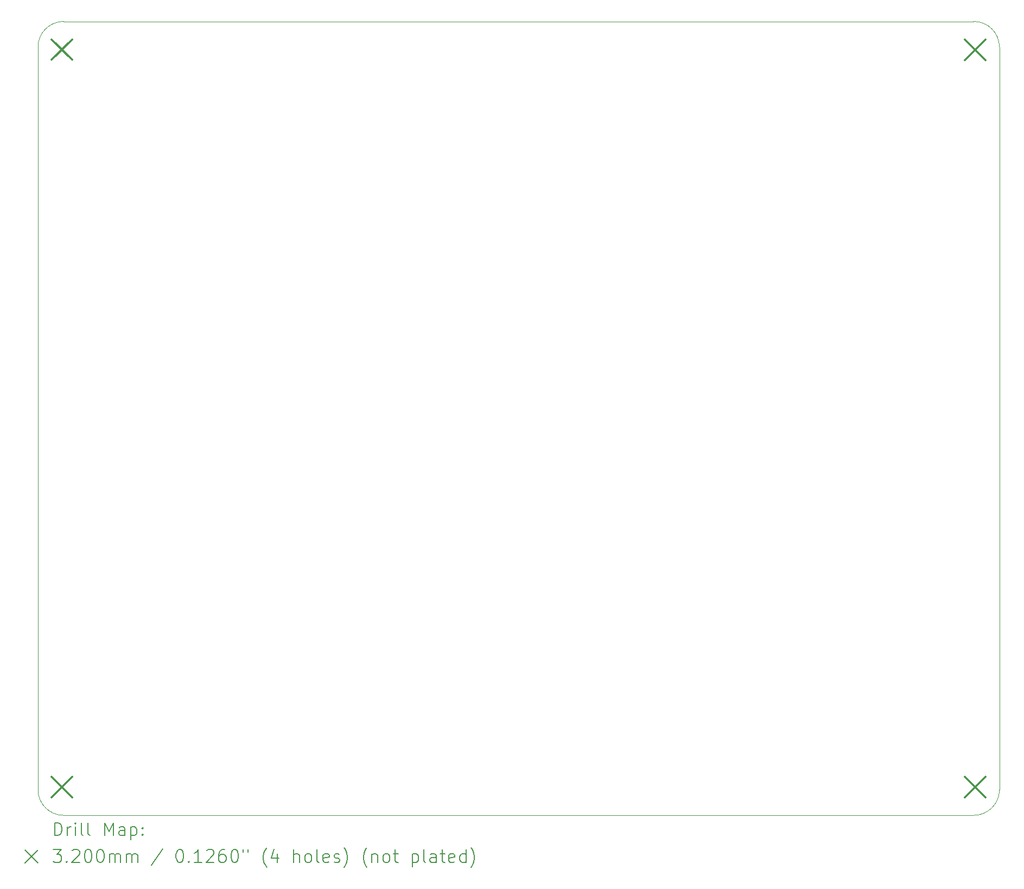
<source format=gbr>
%TF.GenerationSoftware,KiCad,Pcbnew,9.0.4*%
%TF.CreationDate,2025-08-27T10:42:51+02:00*%
%TF.ProjectId,ICU_festiwal,4943555f-6665-4737-9469-77616c2e6b69,V1.0*%
%TF.SameCoordinates,Original*%
%TF.FileFunction,Drillmap*%
%TF.FilePolarity,Positive*%
%FSLAX45Y45*%
G04 Gerber Fmt 4.5, Leading zero omitted, Abs format (unit mm)*
G04 Created by KiCad (PCBNEW 9.0.4) date 2025-08-27 10:42:51*
%MOMM*%
%LPD*%
G01*
G04 APERTURE LIST*
%ADD10C,0.050000*%
%ADD11C,0.200000*%
%ADD12C,0.320000*%
G04 APERTURE END LIST*
D10*
X4450000Y-4050000D02*
G75*
G02*
X4850000Y-3650000I400000J0D01*
G01*
X19450000Y-15650000D02*
G75*
G02*
X19050000Y-16050000I-400000J0D01*
G01*
X19450000Y-4050000D02*
X19450000Y-15650000D01*
X4850000Y-3650000D02*
X19050000Y-3650000D01*
X19050000Y-16050000D02*
X4850000Y-16050000D01*
X4450000Y-15650000D02*
X4450000Y-4050000D01*
X4850000Y-16050000D02*
G75*
G02*
X4450000Y-15650000I0J400000D01*
G01*
X19050000Y-3650000D02*
G75*
G02*
X19450000Y-4050000I0J-400000D01*
G01*
D11*
D12*
X4665000Y-3930000D02*
X4985000Y-4250000D01*
X4985000Y-3930000D02*
X4665000Y-4250000D01*
X4665000Y-15450000D02*
X4985000Y-15770000D01*
X4985000Y-15450000D02*
X4665000Y-15770000D01*
X18915000Y-3935000D02*
X19235000Y-4255000D01*
X19235000Y-3935000D02*
X18915000Y-4255000D01*
X18915000Y-15450000D02*
X19235000Y-15770000D01*
X19235000Y-15450000D02*
X18915000Y-15770000D01*
D11*
X4708277Y-16363984D02*
X4708277Y-16163984D01*
X4708277Y-16163984D02*
X4755896Y-16163984D01*
X4755896Y-16163984D02*
X4784467Y-16173508D01*
X4784467Y-16173508D02*
X4803515Y-16192555D01*
X4803515Y-16192555D02*
X4813039Y-16211603D01*
X4813039Y-16211603D02*
X4822563Y-16249698D01*
X4822563Y-16249698D02*
X4822563Y-16278269D01*
X4822563Y-16278269D02*
X4813039Y-16316365D01*
X4813039Y-16316365D02*
X4803515Y-16335412D01*
X4803515Y-16335412D02*
X4784467Y-16354460D01*
X4784467Y-16354460D02*
X4755896Y-16363984D01*
X4755896Y-16363984D02*
X4708277Y-16363984D01*
X4908277Y-16363984D02*
X4908277Y-16230650D01*
X4908277Y-16268746D02*
X4917801Y-16249698D01*
X4917801Y-16249698D02*
X4927324Y-16240174D01*
X4927324Y-16240174D02*
X4946372Y-16230650D01*
X4946372Y-16230650D02*
X4965420Y-16230650D01*
X5032086Y-16363984D02*
X5032086Y-16230650D01*
X5032086Y-16163984D02*
X5022563Y-16173508D01*
X5022563Y-16173508D02*
X5032086Y-16183031D01*
X5032086Y-16183031D02*
X5041610Y-16173508D01*
X5041610Y-16173508D02*
X5032086Y-16163984D01*
X5032086Y-16163984D02*
X5032086Y-16183031D01*
X5155896Y-16363984D02*
X5136848Y-16354460D01*
X5136848Y-16354460D02*
X5127324Y-16335412D01*
X5127324Y-16335412D02*
X5127324Y-16163984D01*
X5260658Y-16363984D02*
X5241610Y-16354460D01*
X5241610Y-16354460D02*
X5232086Y-16335412D01*
X5232086Y-16335412D02*
X5232086Y-16163984D01*
X5489229Y-16363984D02*
X5489229Y-16163984D01*
X5489229Y-16163984D02*
X5555896Y-16306841D01*
X5555896Y-16306841D02*
X5622562Y-16163984D01*
X5622562Y-16163984D02*
X5622562Y-16363984D01*
X5803515Y-16363984D02*
X5803515Y-16259222D01*
X5803515Y-16259222D02*
X5793991Y-16240174D01*
X5793991Y-16240174D02*
X5774943Y-16230650D01*
X5774943Y-16230650D02*
X5736848Y-16230650D01*
X5736848Y-16230650D02*
X5717801Y-16240174D01*
X5803515Y-16354460D02*
X5784467Y-16363984D01*
X5784467Y-16363984D02*
X5736848Y-16363984D01*
X5736848Y-16363984D02*
X5717801Y-16354460D01*
X5717801Y-16354460D02*
X5708277Y-16335412D01*
X5708277Y-16335412D02*
X5708277Y-16316365D01*
X5708277Y-16316365D02*
X5717801Y-16297317D01*
X5717801Y-16297317D02*
X5736848Y-16287793D01*
X5736848Y-16287793D02*
X5784467Y-16287793D01*
X5784467Y-16287793D02*
X5803515Y-16278269D01*
X5898753Y-16230650D02*
X5898753Y-16430650D01*
X5898753Y-16240174D02*
X5917801Y-16230650D01*
X5917801Y-16230650D02*
X5955896Y-16230650D01*
X5955896Y-16230650D02*
X5974943Y-16240174D01*
X5974943Y-16240174D02*
X5984467Y-16249698D01*
X5984467Y-16249698D02*
X5993991Y-16268746D01*
X5993991Y-16268746D02*
X5993991Y-16325888D01*
X5993991Y-16325888D02*
X5984467Y-16344936D01*
X5984467Y-16344936D02*
X5974943Y-16354460D01*
X5974943Y-16354460D02*
X5955896Y-16363984D01*
X5955896Y-16363984D02*
X5917801Y-16363984D01*
X5917801Y-16363984D02*
X5898753Y-16354460D01*
X6079705Y-16344936D02*
X6089229Y-16354460D01*
X6089229Y-16354460D02*
X6079705Y-16363984D01*
X6079705Y-16363984D02*
X6070182Y-16354460D01*
X6070182Y-16354460D02*
X6079705Y-16344936D01*
X6079705Y-16344936D02*
X6079705Y-16363984D01*
X6079705Y-16240174D02*
X6089229Y-16249698D01*
X6089229Y-16249698D02*
X6079705Y-16259222D01*
X6079705Y-16259222D02*
X6070182Y-16249698D01*
X6070182Y-16249698D02*
X6079705Y-16240174D01*
X6079705Y-16240174D02*
X6079705Y-16259222D01*
X4247500Y-16592500D02*
X4447500Y-16792500D01*
X4447500Y-16592500D02*
X4247500Y-16792500D01*
X4689229Y-16583984D02*
X4813039Y-16583984D01*
X4813039Y-16583984D02*
X4746372Y-16660174D01*
X4746372Y-16660174D02*
X4774944Y-16660174D01*
X4774944Y-16660174D02*
X4793991Y-16669698D01*
X4793991Y-16669698D02*
X4803515Y-16679222D01*
X4803515Y-16679222D02*
X4813039Y-16698269D01*
X4813039Y-16698269D02*
X4813039Y-16745888D01*
X4813039Y-16745888D02*
X4803515Y-16764936D01*
X4803515Y-16764936D02*
X4793991Y-16774460D01*
X4793991Y-16774460D02*
X4774944Y-16783984D01*
X4774944Y-16783984D02*
X4717801Y-16783984D01*
X4717801Y-16783984D02*
X4698753Y-16774460D01*
X4698753Y-16774460D02*
X4689229Y-16764936D01*
X4898753Y-16764936D02*
X4908277Y-16774460D01*
X4908277Y-16774460D02*
X4898753Y-16783984D01*
X4898753Y-16783984D02*
X4889229Y-16774460D01*
X4889229Y-16774460D02*
X4898753Y-16764936D01*
X4898753Y-16764936D02*
X4898753Y-16783984D01*
X4984467Y-16603031D02*
X4993991Y-16593508D01*
X4993991Y-16593508D02*
X5013039Y-16583984D01*
X5013039Y-16583984D02*
X5060658Y-16583984D01*
X5060658Y-16583984D02*
X5079705Y-16593508D01*
X5079705Y-16593508D02*
X5089229Y-16603031D01*
X5089229Y-16603031D02*
X5098753Y-16622079D01*
X5098753Y-16622079D02*
X5098753Y-16641127D01*
X5098753Y-16641127D02*
X5089229Y-16669698D01*
X5089229Y-16669698D02*
X4974944Y-16783984D01*
X4974944Y-16783984D02*
X5098753Y-16783984D01*
X5222563Y-16583984D02*
X5241610Y-16583984D01*
X5241610Y-16583984D02*
X5260658Y-16593508D01*
X5260658Y-16593508D02*
X5270182Y-16603031D01*
X5270182Y-16603031D02*
X5279705Y-16622079D01*
X5279705Y-16622079D02*
X5289229Y-16660174D01*
X5289229Y-16660174D02*
X5289229Y-16707793D01*
X5289229Y-16707793D02*
X5279705Y-16745888D01*
X5279705Y-16745888D02*
X5270182Y-16764936D01*
X5270182Y-16764936D02*
X5260658Y-16774460D01*
X5260658Y-16774460D02*
X5241610Y-16783984D01*
X5241610Y-16783984D02*
X5222563Y-16783984D01*
X5222563Y-16783984D02*
X5203515Y-16774460D01*
X5203515Y-16774460D02*
X5193991Y-16764936D01*
X5193991Y-16764936D02*
X5184467Y-16745888D01*
X5184467Y-16745888D02*
X5174944Y-16707793D01*
X5174944Y-16707793D02*
X5174944Y-16660174D01*
X5174944Y-16660174D02*
X5184467Y-16622079D01*
X5184467Y-16622079D02*
X5193991Y-16603031D01*
X5193991Y-16603031D02*
X5203515Y-16593508D01*
X5203515Y-16593508D02*
X5222563Y-16583984D01*
X5413039Y-16583984D02*
X5432086Y-16583984D01*
X5432086Y-16583984D02*
X5451134Y-16593508D01*
X5451134Y-16593508D02*
X5460658Y-16603031D01*
X5460658Y-16603031D02*
X5470182Y-16622079D01*
X5470182Y-16622079D02*
X5479705Y-16660174D01*
X5479705Y-16660174D02*
X5479705Y-16707793D01*
X5479705Y-16707793D02*
X5470182Y-16745888D01*
X5470182Y-16745888D02*
X5460658Y-16764936D01*
X5460658Y-16764936D02*
X5451134Y-16774460D01*
X5451134Y-16774460D02*
X5432086Y-16783984D01*
X5432086Y-16783984D02*
X5413039Y-16783984D01*
X5413039Y-16783984D02*
X5393991Y-16774460D01*
X5393991Y-16774460D02*
X5384467Y-16764936D01*
X5384467Y-16764936D02*
X5374944Y-16745888D01*
X5374944Y-16745888D02*
X5365420Y-16707793D01*
X5365420Y-16707793D02*
X5365420Y-16660174D01*
X5365420Y-16660174D02*
X5374944Y-16622079D01*
X5374944Y-16622079D02*
X5384467Y-16603031D01*
X5384467Y-16603031D02*
X5393991Y-16593508D01*
X5393991Y-16593508D02*
X5413039Y-16583984D01*
X5565420Y-16783984D02*
X5565420Y-16650650D01*
X5565420Y-16669698D02*
X5574944Y-16660174D01*
X5574944Y-16660174D02*
X5593991Y-16650650D01*
X5593991Y-16650650D02*
X5622563Y-16650650D01*
X5622563Y-16650650D02*
X5641610Y-16660174D01*
X5641610Y-16660174D02*
X5651134Y-16679222D01*
X5651134Y-16679222D02*
X5651134Y-16783984D01*
X5651134Y-16679222D02*
X5660658Y-16660174D01*
X5660658Y-16660174D02*
X5679705Y-16650650D01*
X5679705Y-16650650D02*
X5708277Y-16650650D01*
X5708277Y-16650650D02*
X5727324Y-16660174D01*
X5727324Y-16660174D02*
X5736848Y-16679222D01*
X5736848Y-16679222D02*
X5736848Y-16783984D01*
X5832086Y-16783984D02*
X5832086Y-16650650D01*
X5832086Y-16669698D02*
X5841610Y-16660174D01*
X5841610Y-16660174D02*
X5860658Y-16650650D01*
X5860658Y-16650650D02*
X5889229Y-16650650D01*
X5889229Y-16650650D02*
X5908277Y-16660174D01*
X5908277Y-16660174D02*
X5917801Y-16679222D01*
X5917801Y-16679222D02*
X5917801Y-16783984D01*
X5917801Y-16679222D02*
X5927324Y-16660174D01*
X5927324Y-16660174D02*
X5946372Y-16650650D01*
X5946372Y-16650650D02*
X5974943Y-16650650D01*
X5974943Y-16650650D02*
X5993991Y-16660174D01*
X5993991Y-16660174D02*
X6003515Y-16679222D01*
X6003515Y-16679222D02*
X6003515Y-16783984D01*
X6393991Y-16574460D02*
X6222563Y-16831603D01*
X6651134Y-16583984D02*
X6670182Y-16583984D01*
X6670182Y-16583984D02*
X6689229Y-16593508D01*
X6689229Y-16593508D02*
X6698753Y-16603031D01*
X6698753Y-16603031D02*
X6708277Y-16622079D01*
X6708277Y-16622079D02*
X6717801Y-16660174D01*
X6717801Y-16660174D02*
X6717801Y-16707793D01*
X6717801Y-16707793D02*
X6708277Y-16745888D01*
X6708277Y-16745888D02*
X6698753Y-16764936D01*
X6698753Y-16764936D02*
X6689229Y-16774460D01*
X6689229Y-16774460D02*
X6670182Y-16783984D01*
X6670182Y-16783984D02*
X6651134Y-16783984D01*
X6651134Y-16783984D02*
X6632086Y-16774460D01*
X6632086Y-16774460D02*
X6622563Y-16764936D01*
X6622563Y-16764936D02*
X6613039Y-16745888D01*
X6613039Y-16745888D02*
X6603515Y-16707793D01*
X6603515Y-16707793D02*
X6603515Y-16660174D01*
X6603515Y-16660174D02*
X6613039Y-16622079D01*
X6613039Y-16622079D02*
X6622563Y-16603031D01*
X6622563Y-16603031D02*
X6632086Y-16593508D01*
X6632086Y-16593508D02*
X6651134Y-16583984D01*
X6803515Y-16764936D02*
X6813039Y-16774460D01*
X6813039Y-16774460D02*
X6803515Y-16783984D01*
X6803515Y-16783984D02*
X6793991Y-16774460D01*
X6793991Y-16774460D02*
X6803515Y-16764936D01*
X6803515Y-16764936D02*
X6803515Y-16783984D01*
X7003515Y-16783984D02*
X6889229Y-16783984D01*
X6946372Y-16783984D02*
X6946372Y-16583984D01*
X6946372Y-16583984D02*
X6927325Y-16612555D01*
X6927325Y-16612555D02*
X6908277Y-16631603D01*
X6908277Y-16631603D02*
X6889229Y-16641127D01*
X7079706Y-16603031D02*
X7089229Y-16593508D01*
X7089229Y-16593508D02*
X7108277Y-16583984D01*
X7108277Y-16583984D02*
X7155896Y-16583984D01*
X7155896Y-16583984D02*
X7174944Y-16593508D01*
X7174944Y-16593508D02*
X7184467Y-16603031D01*
X7184467Y-16603031D02*
X7193991Y-16622079D01*
X7193991Y-16622079D02*
X7193991Y-16641127D01*
X7193991Y-16641127D02*
X7184467Y-16669698D01*
X7184467Y-16669698D02*
X7070182Y-16783984D01*
X7070182Y-16783984D02*
X7193991Y-16783984D01*
X7365420Y-16583984D02*
X7327325Y-16583984D01*
X7327325Y-16583984D02*
X7308277Y-16593508D01*
X7308277Y-16593508D02*
X7298753Y-16603031D01*
X7298753Y-16603031D02*
X7279706Y-16631603D01*
X7279706Y-16631603D02*
X7270182Y-16669698D01*
X7270182Y-16669698D02*
X7270182Y-16745888D01*
X7270182Y-16745888D02*
X7279706Y-16764936D01*
X7279706Y-16764936D02*
X7289229Y-16774460D01*
X7289229Y-16774460D02*
X7308277Y-16783984D01*
X7308277Y-16783984D02*
X7346372Y-16783984D01*
X7346372Y-16783984D02*
X7365420Y-16774460D01*
X7365420Y-16774460D02*
X7374944Y-16764936D01*
X7374944Y-16764936D02*
X7384467Y-16745888D01*
X7384467Y-16745888D02*
X7384467Y-16698269D01*
X7384467Y-16698269D02*
X7374944Y-16679222D01*
X7374944Y-16679222D02*
X7365420Y-16669698D01*
X7365420Y-16669698D02*
X7346372Y-16660174D01*
X7346372Y-16660174D02*
X7308277Y-16660174D01*
X7308277Y-16660174D02*
X7289229Y-16669698D01*
X7289229Y-16669698D02*
X7279706Y-16679222D01*
X7279706Y-16679222D02*
X7270182Y-16698269D01*
X7508277Y-16583984D02*
X7527325Y-16583984D01*
X7527325Y-16583984D02*
X7546372Y-16593508D01*
X7546372Y-16593508D02*
X7555896Y-16603031D01*
X7555896Y-16603031D02*
X7565420Y-16622079D01*
X7565420Y-16622079D02*
X7574944Y-16660174D01*
X7574944Y-16660174D02*
X7574944Y-16707793D01*
X7574944Y-16707793D02*
X7565420Y-16745888D01*
X7565420Y-16745888D02*
X7555896Y-16764936D01*
X7555896Y-16764936D02*
X7546372Y-16774460D01*
X7546372Y-16774460D02*
X7527325Y-16783984D01*
X7527325Y-16783984D02*
X7508277Y-16783984D01*
X7508277Y-16783984D02*
X7489229Y-16774460D01*
X7489229Y-16774460D02*
X7479706Y-16764936D01*
X7479706Y-16764936D02*
X7470182Y-16745888D01*
X7470182Y-16745888D02*
X7460658Y-16707793D01*
X7460658Y-16707793D02*
X7460658Y-16660174D01*
X7460658Y-16660174D02*
X7470182Y-16622079D01*
X7470182Y-16622079D02*
X7479706Y-16603031D01*
X7479706Y-16603031D02*
X7489229Y-16593508D01*
X7489229Y-16593508D02*
X7508277Y-16583984D01*
X7651134Y-16583984D02*
X7651134Y-16622079D01*
X7727325Y-16583984D02*
X7727325Y-16622079D01*
X8022563Y-16860174D02*
X8013039Y-16850650D01*
X8013039Y-16850650D02*
X7993991Y-16822079D01*
X7993991Y-16822079D02*
X7984468Y-16803031D01*
X7984468Y-16803031D02*
X7974944Y-16774460D01*
X7974944Y-16774460D02*
X7965420Y-16726841D01*
X7965420Y-16726841D02*
X7965420Y-16688746D01*
X7965420Y-16688746D02*
X7974944Y-16641127D01*
X7974944Y-16641127D02*
X7984468Y-16612555D01*
X7984468Y-16612555D02*
X7993991Y-16593508D01*
X7993991Y-16593508D02*
X8013039Y-16564936D01*
X8013039Y-16564936D02*
X8022563Y-16555412D01*
X8184468Y-16650650D02*
X8184468Y-16783984D01*
X8136848Y-16574460D02*
X8089229Y-16717317D01*
X8089229Y-16717317D02*
X8213039Y-16717317D01*
X8441611Y-16783984D02*
X8441611Y-16583984D01*
X8527325Y-16783984D02*
X8527325Y-16679222D01*
X8527325Y-16679222D02*
X8517801Y-16660174D01*
X8517801Y-16660174D02*
X8498753Y-16650650D01*
X8498753Y-16650650D02*
X8470182Y-16650650D01*
X8470182Y-16650650D02*
X8451134Y-16660174D01*
X8451134Y-16660174D02*
X8441611Y-16669698D01*
X8651134Y-16783984D02*
X8632087Y-16774460D01*
X8632087Y-16774460D02*
X8622563Y-16764936D01*
X8622563Y-16764936D02*
X8613039Y-16745888D01*
X8613039Y-16745888D02*
X8613039Y-16688746D01*
X8613039Y-16688746D02*
X8622563Y-16669698D01*
X8622563Y-16669698D02*
X8632087Y-16660174D01*
X8632087Y-16660174D02*
X8651134Y-16650650D01*
X8651134Y-16650650D02*
X8679706Y-16650650D01*
X8679706Y-16650650D02*
X8698753Y-16660174D01*
X8698753Y-16660174D02*
X8708277Y-16669698D01*
X8708277Y-16669698D02*
X8717801Y-16688746D01*
X8717801Y-16688746D02*
X8717801Y-16745888D01*
X8717801Y-16745888D02*
X8708277Y-16764936D01*
X8708277Y-16764936D02*
X8698753Y-16774460D01*
X8698753Y-16774460D02*
X8679706Y-16783984D01*
X8679706Y-16783984D02*
X8651134Y-16783984D01*
X8832087Y-16783984D02*
X8813039Y-16774460D01*
X8813039Y-16774460D02*
X8803515Y-16755412D01*
X8803515Y-16755412D02*
X8803515Y-16583984D01*
X8984468Y-16774460D02*
X8965420Y-16783984D01*
X8965420Y-16783984D02*
X8927325Y-16783984D01*
X8927325Y-16783984D02*
X8908277Y-16774460D01*
X8908277Y-16774460D02*
X8898753Y-16755412D01*
X8898753Y-16755412D02*
X8898753Y-16679222D01*
X8898753Y-16679222D02*
X8908277Y-16660174D01*
X8908277Y-16660174D02*
X8927325Y-16650650D01*
X8927325Y-16650650D02*
X8965420Y-16650650D01*
X8965420Y-16650650D02*
X8984468Y-16660174D01*
X8984468Y-16660174D02*
X8993992Y-16679222D01*
X8993992Y-16679222D02*
X8993992Y-16698269D01*
X8993992Y-16698269D02*
X8898753Y-16717317D01*
X9070182Y-16774460D02*
X9089230Y-16783984D01*
X9089230Y-16783984D02*
X9127325Y-16783984D01*
X9127325Y-16783984D02*
X9146373Y-16774460D01*
X9146373Y-16774460D02*
X9155896Y-16755412D01*
X9155896Y-16755412D02*
X9155896Y-16745888D01*
X9155896Y-16745888D02*
X9146373Y-16726841D01*
X9146373Y-16726841D02*
X9127325Y-16717317D01*
X9127325Y-16717317D02*
X9098753Y-16717317D01*
X9098753Y-16717317D02*
X9079706Y-16707793D01*
X9079706Y-16707793D02*
X9070182Y-16688746D01*
X9070182Y-16688746D02*
X9070182Y-16679222D01*
X9070182Y-16679222D02*
X9079706Y-16660174D01*
X9079706Y-16660174D02*
X9098753Y-16650650D01*
X9098753Y-16650650D02*
X9127325Y-16650650D01*
X9127325Y-16650650D02*
X9146373Y-16660174D01*
X9222563Y-16860174D02*
X9232087Y-16850650D01*
X9232087Y-16850650D02*
X9251134Y-16822079D01*
X9251134Y-16822079D02*
X9260658Y-16803031D01*
X9260658Y-16803031D02*
X9270182Y-16774460D01*
X9270182Y-16774460D02*
X9279706Y-16726841D01*
X9279706Y-16726841D02*
X9279706Y-16688746D01*
X9279706Y-16688746D02*
X9270182Y-16641127D01*
X9270182Y-16641127D02*
X9260658Y-16612555D01*
X9260658Y-16612555D02*
X9251134Y-16593508D01*
X9251134Y-16593508D02*
X9232087Y-16564936D01*
X9232087Y-16564936D02*
X9222563Y-16555412D01*
X9584468Y-16860174D02*
X9574944Y-16850650D01*
X9574944Y-16850650D02*
X9555896Y-16822079D01*
X9555896Y-16822079D02*
X9546373Y-16803031D01*
X9546373Y-16803031D02*
X9536849Y-16774460D01*
X9536849Y-16774460D02*
X9527325Y-16726841D01*
X9527325Y-16726841D02*
X9527325Y-16688746D01*
X9527325Y-16688746D02*
X9536849Y-16641127D01*
X9536849Y-16641127D02*
X9546373Y-16612555D01*
X9546373Y-16612555D02*
X9555896Y-16593508D01*
X9555896Y-16593508D02*
X9574944Y-16564936D01*
X9574944Y-16564936D02*
X9584468Y-16555412D01*
X9660658Y-16650650D02*
X9660658Y-16783984D01*
X9660658Y-16669698D02*
X9670182Y-16660174D01*
X9670182Y-16660174D02*
X9689230Y-16650650D01*
X9689230Y-16650650D02*
X9717801Y-16650650D01*
X9717801Y-16650650D02*
X9736849Y-16660174D01*
X9736849Y-16660174D02*
X9746373Y-16679222D01*
X9746373Y-16679222D02*
X9746373Y-16783984D01*
X9870182Y-16783984D02*
X9851134Y-16774460D01*
X9851134Y-16774460D02*
X9841611Y-16764936D01*
X9841611Y-16764936D02*
X9832087Y-16745888D01*
X9832087Y-16745888D02*
X9832087Y-16688746D01*
X9832087Y-16688746D02*
X9841611Y-16669698D01*
X9841611Y-16669698D02*
X9851134Y-16660174D01*
X9851134Y-16660174D02*
X9870182Y-16650650D01*
X9870182Y-16650650D02*
X9898754Y-16650650D01*
X9898754Y-16650650D02*
X9917801Y-16660174D01*
X9917801Y-16660174D02*
X9927325Y-16669698D01*
X9927325Y-16669698D02*
X9936849Y-16688746D01*
X9936849Y-16688746D02*
X9936849Y-16745888D01*
X9936849Y-16745888D02*
X9927325Y-16764936D01*
X9927325Y-16764936D02*
X9917801Y-16774460D01*
X9917801Y-16774460D02*
X9898754Y-16783984D01*
X9898754Y-16783984D02*
X9870182Y-16783984D01*
X9993992Y-16650650D02*
X10070182Y-16650650D01*
X10022563Y-16583984D02*
X10022563Y-16755412D01*
X10022563Y-16755412D02*
X10032087Y-16774460D01*
X10032087Y-16774460D02*
X10051134Y-16783984D01*
X10051134Y-16783984D02*
X10070182Y-16783984D01*
X10289230Y-16650650D02*
X10289230Y-16850650D01*
X10289230Y-16660174D02*
X10308277Y-16650650D01*
X10308277Y-16650650D02*
X10346373Y-16650650D01*
X10346373Y-16650650D02*
X10365420Y-16660174D01*
X10365420Y-16660174D02*
X10374944Y-16669698D01*
X10374944Y-16669698D02*
X10384468Y-16688746D01*
X10384468Y-16688746D02*
X10384468Y-16745888D01*
X10384468Y-16745888D02*
X10374944Y-16764936D01*
X10374944Y-16764936D02*
X10365420Y-16774460D01*
X10365420Y-16774460D02*
X10346373Y-16783984D01*
X10346373Y-16783984D02*
X10308277Y-16783984D01*
X10308277Y-16783984D02*
X10289230Y-16774460D01*
X10498754Y-16783984D02*
X10479706Y-16774460D01*
X10479706Y-16774460D02*
X10470182Y-16755412D01*
X10470182Y-16755412D02*
X10470182Y-16583984D01*
X10660658Y-16783984D02*
X10660658Y-16679222D01*
X10660658Y-16679222D02*
X10651135Y-16660174D01*
X10651135Y-16660174D02*
X10632087Y-16650650D01*
X10632087Y-16650650D02*
X10593992Y-16650650D01*
X10593992Y-16650650D02*
X10574944Y-16660174D01*
X10660658Y-16774460D02*
X10641611Y-16783984D01*
X10641611Y-16783984D02*
X10593992Y-16783984D01*
X10593992Y-16783984D02*
X10574944Y-16774460D01*
X10574944Y-16774460D02*
X10565420Y-16755412D01*
X10565420Y-16755412D02*
X10565420Y-16736365D01*
X10565420Y-16736365D02*
X10574944Y-16717317D01*
X10574944Y-16717317D02*
X10593992Y-16707793D01*
X10593992Y-16707793D02*
X10641611Y-16707793D01*
X10641611Y-16707793D02*
X10660658Y-16698269D01*
X10727325Y-16650650D02*
X10803515Y-16650650D01*
X10755896Y-16583984D02*
X10755896Y-16755412D01*
X10755896Y-16755412D02*
X10765420Y-16774460D01*
X10765420Y-16774460D02*
X10784468Y-16783984D01*
X10784468Y-16783984D02*
X10803515Y-16783984D01*
X10946373Y-16774460D02*
X10927325Y-16783984D01*
X10927325Y-16783984D02*
X10889230Y-16783984D01*
X10889230Y-16783984D02*
X10870182Y-16774460D01*
X10870182Y-16774460D02*
X10860658Y-16755412D01*
X10860658Y-16755412D02*
X10860658Y-16679222D01*
X10860658Y-16679222D02*
X10870182Y-16660174D01*
X10870182Y-16660174D02*
X10889230Y-16650650D01*
X10889230Y-16650650D02*
X10927325Y-16650650D01*
X10927325Y-16650650D02*
X10946373Y-16660174D01*
X10946373Y-16660174D02*
X10955896Y-16679222D01*
X10955896Y-16679222D02*
X10955896Y-16698269D01*
X10955896Y-16698269D02*
X10860658Y-16717317D01*
X11127325Y-16783984D02*
X11127325Y-16583984D01*
X11127325Y-16774460D02*
X11108277Y-16783984D01*
X11108277Y-16783984D02*
X11070182Y-16783984D01*
X11070182Y-16783984D02*
X11051135Y-16774460D01*
X11051135Y-16774460D02*
X11041611Y-16764936D01*
X11041611Y-16764936D02*
X11032087Y-16745888D01*
X11032087Y-16745888D02*
X11032087Y-16688746D01*
X11032087Y-16688746D02*
X11041611Y-16669698D01*
X11041611Y-16669698D02*
X11051135Y-16660174D01*
X11051135Y-16660174D02*
X11070182Y-16650650D01*
X11070182Y-16650650D02*
X11108277Y-16650650D01*
X11108277Y-16650650D02*
X11127325Y-16660174D01*
X11203515Y-16860174D02*
X11213039Y-16850650D01*
X11213039Y-16850650D02*
X11232087Y-16822079D01*
X11232087Y-16822079D02*
X11241611Y-16803031D01*
X11241611Y-16803031D02*
X11251134Y-16774460D01*
X11251134Y-16774460D02*
X11260658Y-16726841D01*
X11260658Y-16726841D02*
X11260658Y-16688746D01*
X11260658Y-16688746D02*
X11251134Y-16641127D01*
X11251134Y-16641127D02*
X11241611Y-16612555D01*
X11241611Y-16612555D02*
X11232087Y-16593508D01*
X11232087Y-16593508D02*
X11213039Y-16564936D01*
X11213039Y-16564936D02*
X11203515Y-16555412D01*
M02*

</source>
